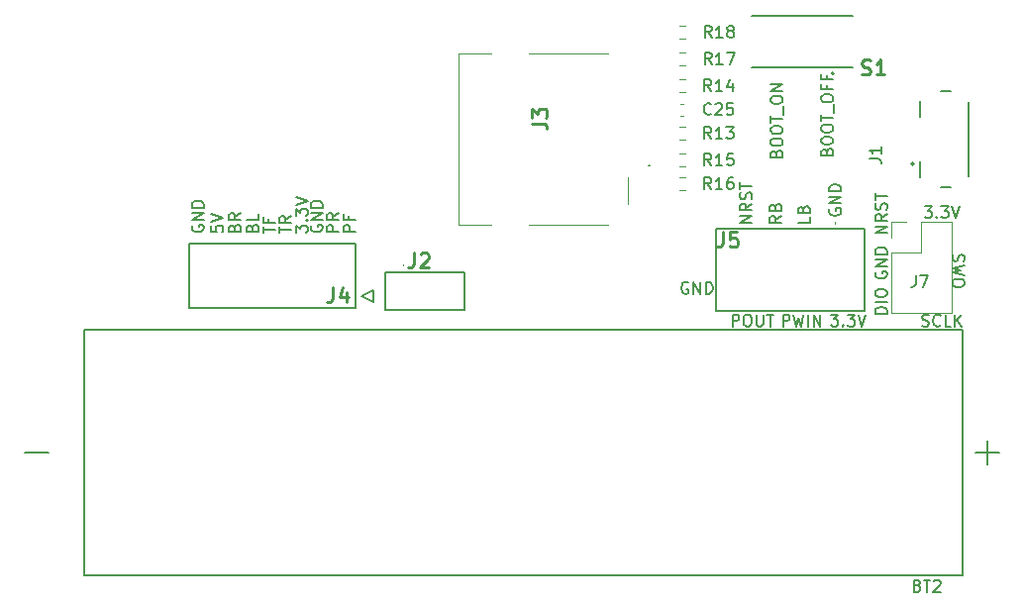
<source format=gbr>
%TF.GenerationSoftware,KiCad,Pcbnew,7.0.8*%
%TF.CreationDate,2023-11-09T17:42:37+01:00*%
%TF.ProjectId,Suspension_telemetry,53757370-656e-4736-996f-6e5f74656c65,rev?*%
%TF.SameCoordinates,Original*%
%TF.FileFunction,Legend,Top*%
%TF.FilePolarity,Positive*%
%FSLAX46Y46*%
G04 Gerber Fmt 4.6, Leading zero omitted, Abs format (unit mm)*
G04 Created by KiCad (PCBNEW 7.0.8) date 2023-11-09 17:42:37*
%MOMM*%
%LPD*%
G01*
G04 APERTURE LIST*
%ADD10C,0.210000*%
%ADD11C,0.254000*%
%ADD12C,0.150000*%
%ADD13C,0.127000*%
%ADD14C,0.120000*%
%ADD15C,0.200000*%
%ADD16C,0.100000*%
G04 APERTURE END LIST*
D10*
X141806633Y-99006080D02*
X141949490Y-99053699D01*
X141949490Y-99053699D02*
X142187585Y-99053699D01*
X142187585Y-99053699D02*
X142282823Y-99006080D01*
X142282823Y-99006080D02*
X142330442Y-98958460D01*
X142330442Y-98958460D02*
X142378061Y-98863222D01*
X142378061Y-98863222D02*
X142378061Y-98767984D01*
X142378061Y-98767984D02*
X142330442Y-98672746D01*
X142330442Y-98672746D02*
X142282823Y-98625127D01*
X142282823Y-98625127D02*
X142187585Y-98577508D01*
X142187585Y-98577508D02*
X141997109Y-98529889D01*
X141997109Y-98529889D02*
X141901871Y-98482270D01*
X141901871Y-98482270D02*
X141854252Y-98434651D01*
X141854252Y-98434651D02*
X141806633Y-98339413D01*
X141806633Y-98339413D02*
X141806633Y-98244175D01*
X141806633Y-98244175D02*
X141854252Y-98148937D01*
X141854252Y-98148937D02*
X141901871Y-98101318D01*
X141901871Y-98101318D02*
X141997109Y-98053699D01*
X141997109Y-98053699D02*
X142235204Y-98053699D01*
X142235204Y-98053699D02*
X142378061Y-98101318D01*
X143378061Y-98958460D02*
X143330442Y-99006080D01*
X143330442Y-99006080D02*
X143187585Y-99053699D01*
X143187585Y-99053699D02*
X143092347Y-99053699D01*
X143092347Y-99053699D02*
X142949490Y-99006080D01*
X142949490Y-99006080D02*
X142854252Y-98910841D01*
X142854252Y-98910841D02*
X142806633Y-98815603D01*
X142806633Y-98815603D02*
X142759014Y-98625127D01*
X142759014Y-98625127D02*
X142759014Y-98482270D01*
X142759014Y-98482270D02*
X142806633Y-98291794D01*
X142806633Y-98291794D02*
X142854252Y-98196556D01*
X142854252Y-98196556D02*
X142949490Y-98101318D01*
X142949490Y-98101318D02*
X143092347Y-98053699D01*
X143092347Y-98053699D02*
X143187585Y-98053699D01*
X143187585Y-98053699D02*
X143330442Y-98101318D01*
X143330442Y-98101318D02*
X143378061Y-98148937D01*
X144282823Y-99053699D02*
X143806633Y-99053699D01*
X143806633Y-99053699D02*
X143806633Y-98053699D01*
X144616157Y-99053699D02*
X144616157Y-98053699D01*
X145187585Y-99053699D02*
X144759014Y-98482270D01*
X145187585Y-98053699D02*
X144616157Y-98625127D01*
X86877699Y-91079604D02*
X86877699Y-90508176D01*
X87877699Y-90793890D02*
X86877699Y-90793890D01*
X87877699Y-89603414D02*
X87401508Y-89936747D01*
X87877699Y-90174842D02*
X86877699Y-90174842D01*
X86877699Y-90174842D02*
X86877699Y-89793890D01*
X86877699Y-89793890D02*
X86925318Y-89698652D01*
X86925318Y-89698652D02*
X86972937Y-89651033D01*
X86972937Y-89651033D02*
X87068175Y-89603414D01*
X87068175Y-89603414D02*
X87211032Y-89603414D01*
X87211032Y-89603414D02*
X87306270Y-89651033D01*
X87306270Y-89651033D02*
X87353889Y-89698652D01*
X87353889Y-89698652D02*
X87401508Y-89793890D01*
X87401508Y-89793890D02*
X87401508Y-90174842D01*
X125598252Y-99053699D02*
X125598252Y-98053699D01*
X125598252Y-98053699D02*
X125979204Y-98053699D01*
X125979204Y-98053699D02*
X126074442Y-98101318D01*
X126074442Y-98101318D02*
X126122061Y-98148937D01*
X126122061Y-98148937D02*
X126169680Y-98244175D01*
X126169680Y-98244175D02*
X126169680Y-98387032D01*
X126169680Y-98387032D02*
X126122061Y-98482270D01*
X126122061Y-98482270D02*
X126074442Y-98529889D01*
X126074442Y-98529889D02*
X125979204Y-98577508D01*
X125979204Y-98577508D02*
X125598252Y-98577508D01*
X126788728Y-98053699D02*
X126979204Y-98053699D01*
X126979204Y-98053699D02*
X127074442Y-98101318D01*
X127074442Y-98101318D02*
X127169680Y-98196556D01*
X127169680Y-98196556D02*
X127217299Y-98387032D01*
X127217299Y-98387032D02*
X127217299Y-98720365D01*
X127217299Y-98720365D02*
X127169680Y-98910841D01*
X127169680Y-98910841D02*
X127074442Y-99006080D01*
X127074442Y-99006080D02*
X126979204Y-99053699D01*
X126979204Y-99053699D02*
X126788728Y-99053699D01*
X126788728Y-99053699D02*
X126693490Y-99006080D01*
X126693490Y-99006080D02*
X126598252Y-98910841D01*
X126598252Y-98910841D02*
X126550633Y-98720365D01*
X126550633Y-98720365D02*
X126550633Y-98387032D01*
X126550633Y-98387032D02*
X126598252Y-98196556D01*
X126598252Y-98196556D02*
X126693490Y-98101318D01*
X126693490Y-98101318D02*
X126788728Y-98053699D01*
X127645871Y-98053699D02*
X127645871Y-98863222D01*
X127645871Y-98863222D02*
X127693490Y-98958460D01*
X127693490Y-98958460D02*
X127741109Y-99006080D01*
X127741109Y-99006080D02*
X127836347Y-99053699D01*
X127836347Y-99053699D02*
X128026823Y-99053699D01*
X128026823Y-99053699D02*
X128122061Y-99006080D01*
X128122061Y-99006080D02*
X128169680Y-98958460D01*
X128169680Y-98958460D02*
X128217299Y-98863222D01*
X128217299Y-98863222D02*
X128217299Y-98053699D01*
X128550633Y-98053699D02*
X129122061Y-98053699D01*
X128836347Y-99053699D02*
X128836347Y-98053699D01*
X89592318Y-90412938D02*
X89544699Y-90508176D01*
X89544699Y-90508176D02*
X89544699Y-90651033D01*
X89544699Y-90651033D02*
X89592318Y-90793890D01*
X89592318Y-90793890D02*
X89687556Y-90889128D01*
X89687556Y-90889128D02*
X89782794Y-90936747D01*
X89782794Y-90936747D02*
X89973270Y-90984366D01*
X89973270Y-90984366D02*
X90116127Y-90984366D01*
X90116127Y-90984366D02*
X90306603Y-90936747D01*
X90306603Y-90936747D02*
X90401841Y-90889128D01*
X90401841Y-90889128D02*
X90497080Y-90793890D01*
X90497080Y-90793890D02*
X90544699Y-90651033D01*
X90544699Y-90651033D02*
X90544699Y-90555795D01*
X90544699Y-90555795D02*
X90497080Y-90412938D01*
X90497080Y-90412938D02*
X90449460Y-90365319D01*
X90449460Y-90365319D02*
X90116127Y-90365319D01*
X90116127Y-90365319D02*
X90116127Y-90555795D01*
X90544699Y-89936747D02*
X89544699Y-89936747D01*
X89544699Y-89936747D02*
X90544699Y-89365319D01*
X90544699Y-89365319D02*
X89544699Y-89365319D01*
X90544699Y-88889128D02*
X89544699Y-88889128D01*
X89544699Y-88889128D02*
X89544699Y-88651033D01*
X89544699Y-88651033D02*
X89592318Y-88508176D01*
X89592318Y-88508176D02*
X89687556Y-88412938D01*
X89687556Y-88412938D02*
X89782794Y-88365319D01*
X89782794Y-88365319D02*
X89973270Y-88317700D01*
X89973270Y-88317700D02*
X90116127Y-88317700D01*
X90116127Y-88317700D02*
X90306603Y-88365319D01*
X90306603Y-88365319D02*
X90401841Y-88412938D01*
X90401841Y-88412938D02*
X90497080Y-88508176D01*
X90497080Y-88508176D02*
X90544699Y-88651033D01*
X90544699Y-88651033D02*
X90544699Y-88889128D01*
X81035699Y-90460557D02*
X81035699Y-90936747D01*
X81035699Y-90936747D02*
X81511889Y-90984366D01*
X81511889Y-90984366D02*
X81464270Y-90936747D01*
X81464270Y-90936747D02*
X81416651Y-90841509D01*
X81416651Y-90841509D02*
X81416651Y-90603414D01*
X81416651Y-90603414D02*
X81464270Y-90508176D01*
X81464270Y-90508176D02*
X81511889Y-90460557D01*
X81511889Y-90460557D02*
X81607127Y-90412938D01*
X81607127Y-90412938D02*
X81845222Y-90412938D01*
X81845222Y-90412938D02*
X81940460Y-90460557D01*
X81940460Y-90460557D02*
X81988080Y-90508176D01*
X81988080Y-90508176D02*
X82035699Y-90603414D01*
X82035699Y-90603414D02*
X82035699Y-90841509D01*
X82035699Y-90841509D02*
X81988080Y-90936747D01*
X81988080Y-90936747D02*
X81940460Y-90984366D01*
X81035699Y-90127223D02*
X82035699Y-89793890D01*
X82035699Y-89793890D02*
X81035699Y-89460557D01*
X85480699Y-91079604D02*
X85480699Y-90508176D01*
X86480699Y-90793890D02*
X85480699Y-90793890D01*
X85956889Y-89841509D02*
X85956889Y-90174842D01*
X86480699Y-90174842D02*
X85480699Y-90174842D01*
X85480699Y-90174842D02*
X85480699Y-89698652D01*
X142019420Y-88782699D02*
X142638467Y-88782699D01*
X142638467Y-88782699D02*
X142305134Y-89163651D01*
X142305134Y-89163651D02*
X142447991Y-89163651D01*
X142447991Y-89163651D02*
X142543229Y-89211270D01*
X142543229Y-89211270D02*
X142590848Y-89258889D01*
X142590848Y-89258889D02*
X142638467Y-89354127D01*
X142638467Y-89354127D02*
X142638467Y-89592222D01*
X142638467Y-89592222D02*
X142590848Y-89687460D01*
X142590848Y-89687460D02*
X142543229Y-89735080D01*
X142543229Y-89735080D02*
X142447991Y-89782699D01*
X142447991Y-89782699D02*
X142162277Y-89782699D01*
X142162277Y-89782699D02*
X142067039Y-89735080D01*
X142067039Y-89735080D02*
X142019420Y-89687460D01*
X143067039Y-89687460D02*
X143114658Y-89735080D01*
X143114658Y-89735080D02*
X143067039Y-89782699D01*
X143067039Y-89782699D02*
X143019420Y-89735080D01*
X143019420Y-89735080D02*
X143067039Y-89687460D01*
X143067039Y-89687460D02*
X143067039Y-89782699D01*
X143447991Y-88782699D02*
X144067038Y-88782699D01*
X144067038Y-88782699D02*
X143733705Y-89163651D01*
X143733705Y-89163651D02*
X143876562Y-89163651D01*
X143876562Y-89163651D02*
X143971800Y-89211270D01*
X143971800Y-89211270D02*
X144019419Y-89258889D01*
X144019419Y-89258889D02*
X144067038Y-89354127D01*
X144067038Y-89354127D02*
X144067038Y-89592222D01*
X144067038Y-89592222D02*
X144019419Y-89687460D01*
X144019419Y-89687460D02*
X143971800Y-89735080D01*
X143971800Y-89735080D02*
X143876562Y-89782699D01*
X143876562Y-89782699D02*
X143590848Y-89782699D01*
X143590848Y-89782699D02*
X143495610Y-89735080D01*
X143495610Y-89735080D02*
X143447991Y-89687460D01*
X144352753Y-88782699D02*
X144686086Y-89782699D01*
X144686086Y-89782699D02*
X145019419Y-88782699D01*
X88274699Y-91031985D02*
X88274699Y-90412938D01*
X88274699Y-90412938D02*
X88655651Y-90746271D01*
X88655651Y-90746271D02*
X88655651Y-90603414D01*
X88655651Y-90603414D02*
X88703270Y-90508176D01*
X88703270Y-90508176D02*
X88750889Y-90460557D01*
X88750889Y-90460557D02*
X88846127Y-90412938D01*
X88846127Y-90412938D02*
X89084222Y-90412938D01*
X89084222Y-90412938D02*
X89179460Y-90460557D01*
X89179460Y-90460557D02*
X89227080Y-90508176D01*
X89227080Y-90508176D02*
X89274699Y-90603414D01*
X89274699Y-90603414D02*
X89274699Y-90889128D01*
X89274699Y-90889128D02*
X89227080Y-90984366D01*
X89227080Y-90984366D02*
X89179460Y-91031985D01*
X89179460Y-89984366D02*
X89227080Y-89936747D01*
X89227080Y-89936747D02*
X89274699Y-89984366D01*
X89274699Y-89984366D02*
X89227080Y-90031985D01*
X89227080Y-90031985D02*
X89179460Y-89984366D01*
X89179460Y-89984366D02*
X89274699Y-89984366D01*
X88274699Y-89603414D02*
X88274699Y-88984367D01*
X88274699Y-88984367D02*
X88655651Y-89317700D01*
X88655651Y-89317700D02*
X88655651Y-89174843D01*
X88655651Y-89174843D02*
X88703270Y-89079605D01*
X88703270Y-89079605D02*
X88750889Y-89031986D01*
X88750889Y-89031986D02*
X88846127Y-88984367D01*
X88846127Y-88984367D02*
X89084222Y-88984367D01*
X89084222Y-88984367D02*
X89179460Y-89031986D01*
X89179460Y-89031986D02*
X89227080Y-89079605D01*
X89227080Y-89079605D02*
X89274699Y-89174843D01*
X89274699Y-89174843D02*
X89274699Y-89460557D01*
X89274699Y-89460557D02*
X89227080Y-89555795D01*
X89227080Y-89555795D02*
X89179460Y-89603414D01*
X88274699Y-88698652D02*
X89274699Y-88365319D01*
X89274699Y-88365319D02*
X88274699Y-88031986D01*
X121804061Y-95307318D02*
X121708823Y-95259699D01*
X121708823Y-95259699D02*
X121565966Y-95259699D01*
X121565966Y-95259699D02*
X121423109Y-95307318D01*
X121423109Y-95307318D02*
X121327871Y-95402556D01*
X121327871Y-95402556D02*
X121280252Y-95497794D01*
X121280252Y-95497794D02*
X121232633Y-95688270D01*
X121232633Y-95688270D02*
X121232633Y-95831127D01*
X121232633Y-95831127D02*
X121280252Y-96021603D01*
X121280252Y-96021603D02*
X121327871Y-96116841D01*
X121327871Y-96116841D02*
X121423109Y-96212080D01*
X121423109Y-96212080D02*
X121565966Y-96259699D01*
X121565966Y-96259699D02*
X121661204Y-96259699D01*
X121661204Y-96259699D02*
X121804061Y-96212080D01*
X121804061Y-96212080D02*
X121851680Y-96164460D01*
X121851680Y-96164460D02*
X121851680Y-95831127D01*
X121851680Y-95831127D02*
X121661204Y-95831127D01*
X122280252Y-96259699D02*
X122280252Y-95259699D01*
X122280252Y-95259699D02*
X122851680Y-96259699D01*
X122851680Y-96259699D02*
X122851680Y-95259699D01*
X123327871Y-96259699D02*
X123327871Y-95259699D01*
X123327871Y-95259699D02*
X123565966Y-95259699D01*
X123565966Y-95259699D02*
X123708823Y-95307318D01*
X123708823Y-95307318D02*
X123804061Y-95402556D01*
X123804061Y-95402556D02*
X123851680Y-95497794D01*
X123851680Y-95497794D02*
X123899299Y-95688270D01*
X123899299Y-95688270D02*
X123899299Y-95831127D01*
X123899299Y-95831127D02*
X123851680Y-96021603D01*
X123851680Y-96021603D02*
X123804061Y-96116841D01*
X123804061Y-96116841D02*
X123708823Y-96212080D01*
X123708823Y-96212080D02*
X123565966Y-96259699D01*
X123565966Y-96259699D02*
X123327871Y-96259699D01*
X79432318Y-90412938D02*
X79384699Y-90508176D01*
X79384699Y-90508176D02*
X79384699Y-90651033D01*
X79384699Y-90651033D02*
X79432318Y-90793890D01*
X79432318Y-90793890D02*
X79527556Y-90889128D01*
X79527556Y-90889128D02*
X79622794Y-90936747D01*
X79622794Y-90936747D02*
X79813270Y-90984366D01*
X79813270Y-90984366D02*
X79956127Y-90984366D01*
X79956127Y-90984366D02*
X80146603Y-90936747D01*
X80146603Y-90936747D02*
X80241841Y-90889128D01*
X80241841Y-90889128D02*
X80337080Y-90793890D01*
X80337080Y-90793890D02*
X80384699Y-90651033D01*
X80384699Y-90651033D02*
X80384699Y-90555795D01*
X80384699Y-90555795D02*
X80337080Y-90412938D01*
X80337080Y-90412938D02*
X80289460Y-90365319D01*
X80289460Y-90365319D02*
X79956127Y-90365319D01*
X79956127Y-90365319D02*
X79956127Y-90555795D01*
X80384699Y-89936747D02*
X79384699Y-89936747D01*
X79384699Y-89936747D02*
X80384699Y-89365319D01*
X80384699Y-89365319D02*
X79384699Y-89365319D01*
X80384699Y-88889128D02*
X79384699Y-88889128D01*
X79384699Y-88889128D02*
X79384699Y-88651033D01*
X79384699Y-88651033D02*
X79432318Y-88508176D01*
X79432318Y-88508176D02*
X79527556Y-88412938D01*
X79527556Y-88412938D02*
X79622794Y-88365319D01*
X79622794Y-88365319D02*
X79813270Y-88317700D01*
X79813270Y-88317700D02*
X79956127Y-88317700D01*
X79956127Y-88317700D02*
X80146603Y-88365319D01*
X80146603Y-88365319D02*
X80241841Y-88412938D01*
X80241841Y-88412938D02*
X80337080Y-88508176D01*
X80337080Y-88508176D02*
X80384699Y-88651033D01*
X80384699Y-88651033D02*
X80384699Y-88889128D01*
X129916252Y-99053699D02*
X129916252Y-98053699D01*
X129916252Y-98053699D02*
X130297204Y-98053699D01*
X130297204Y-98053699D02*
X130392442Y-98101318D01*
X130392442Y-98101318D02*
X130440061Y-98148937D01*
X130440061Y-98148937D02*
X130487680Y-98244175D01*
X130487680Y-98244175D02*
X130487680Y-98387032D01*
X130487680Y-98387032D02*
X130440061Y-98482270D01*
X130440061Y-98482270D02*
X130392442Y-98529889D01*
X130392442Y-98529889D02*
X130297204Y-98577508D01*
X130297204Y-98577508D02*
X129916252Y-98577508D01*
X130821014Y-98053699D02*
X131059109Y-99053699D01*
X131059109Y-99053699D02*
X131249585Y-98339413D01*
X131249585Y-98339413D02*
X131440061Y-99053699D01*
X131440061Y-99053699D02*
X131678157Y-98053699D01*
X132059109Y-99053699D02*
X132059109Y-98053699D01*
X132535299Y-99053699D02*
X132535299Y-98053699D01*
X132535299Y-98053699D02*
X133106727Y-99053699D01*
X133106727Y-99053699D02*
X133106727Y-98053699D01*
X137852318Y-94394938D02*
X137804699Y-94490176D01*
X137804699Y-94490176D02*
X137804699Y-94633033D01*
X137804699Y-94633033D02*
X137852318Y-94775890D01*
X137852318Y-94775890D02*
X137947556Y-94871128D01*
X137947556Y-94871128D02*
X138042794Y-94918747D01*
X138042794Y-94918747D02*
X138233270Y-94966366D01*
X138233270Y-94966366D02*
X138376127Y-94966366D01*
X138376127Y-94966366D02*
X138566603Y-94918747D01*
X138566603Y-94918747D02*
X138661841Y-94871128D01*
X138661841Y-94871128D02*
X138757080Y-94775890D01*
X138757080Y-94775890D02*
X138804699Y-94633033D01*
X138804699Y-94633033D02*
X138804699Y-94537795D01*
X138804699Y-94537795D02*
X138757080Y-94394938D01*
X138757080Y-94394938D02*
X138709460Y-94347319D01*
X138709460Y-94347319D02*
X138376127Y-94347319D01*
X138376127Y-94347319D02*
X138376127Y-94537795D01*
X138804699Y-93918747D02*
X137804699Y-93918747D01*
X137804699Y-93918747D02*
X138804699Y-93347319D01*
X138804699Y-93347319D02*
X137804699Y-93347319D01*
X138804699Y-92871128D02*
X137804699Y-92871128D01*
X137804699Y-92871128D02*
X137804699Y-92633033D01*
X137804699Y-92633033D02*
X137852318Y-92490176D01*
X137852318Y-92490176D02*
X137947556Y-92394938D01*
X137947556Y-92394938D02*
X138042794Y-92347319D01*
X138042794Y-92347319D02*
X138233270Y-92299700D01*
X138233270Y-92299700D02*
X138376127Y-92299700D01*
X138376127Y-92299700D02*
X138566603Y-92347319D01*
X138566603Y-92347319D02*
X138661841Y-92394938D01*
X138661841Y-92394938D02*
X138757080Y-92490176D01*
X138757080Y-92490176D02*
X138804699Y-92633033D01*
X138804699Y-92633033D02*
X138804699Y-92871128D01*
X127247699Y-90174747D02*
X126247699Y-90174747D01*
X126247699Y-90174747D02*
X127247699Y-89603319D01*
X127247699Y-89603319D02*
X126247699Y-89603319D01*
X127247699Y-88555700D02*
X126771508Y-88889033D01*
X127247699Y-89127128D02*
X126247699Y-89127128D01*
X126247699Y-89127128D02*
X126247699Y-88746176D01*
X126247699Y-88746176D02*
X126295318Y-88650938D01*
X126295318Y-88650938D02*
X126342937Y-88603319D01*
X126342937Y-88603319D02*
X126438175Y-88555700D01*
X126438175Y-88555700D02*
X126581032Y-88555700D01*
X126581032Y-88555700D02*
X126676270Y-88603319D01*
X126676270Y-88603319D02*
X126723889Y-88650938D01*
X126723889Y-88650938D02*
X126771508Y-88746176D01*
X126771508Y-88746176D02*
X126771508Y-89127128D01*
X127200080Y-88174747D02*
X127247699Y-88031890D01*
X127247699Y-88031890D02*
X127247699Y-87793795D01*
X127247699Y-87793795D02*
X127200080Y-87698557D01*
X127200080Y-87698557D02*
X127152460Y-87650938D01*
X127152460Y-87650938D02*
X127057222Y-87603319D01*
X127057222Y-87603319D02*
X126961984Y-87603319D01*
X126961984Y-87603319D02*
X126866746Y-87650938D01*
X126866746Y-87650938D02*
X126819127Y-87698557D01*
X126819127Y-87698557D02*
X126771508Y-87793795D01*
X126771508Y-87793795D02*
X126723889Y-87984271D01*
X126723889Y-87984271D02*
X126676270Y-88079509D01*
X126676270Y-88079509D02*
X126628651Y-88127128D01*
X126628651Y-88127128D02*
X126533413Y-88174747D01*
X126533413Y-88174747D02*
X126438175Y-88174747D01*
X126438175Y-88174747D02*
X126342937Y-88127128D01*
X126342937Y-88127128D02*
X126295318Y-88079509D01*
X126295318Y-88079509D02*
X126247699Y-87984271D01*
X126247699Y-87984271D02*
X126247699Y-87746176D01*
X126247699Y-87746176D02*
X126295318Y-87603319D01*
X126247699Y-87317604D02*
X126247699Y-86746176D01*
X127247699Y-87031890D02*
X126247699Y-87031890D01*
X133672889Y-84126414D02*
X133720508Y-83983557D01*
X133720508Y-83983557D02*
X133768127Y-83935938D01*
X133768127Y-83935938D02*
X133863365Y-83888319D01*
X133863365Y-83888319D02*
X134006222Y-83888319D01*
X134006222Y-83888319D02*
X134101460Y-83935938D01*
X134101460Y-83935938D02*
X134149080Y-83983557D01*
X134149080Y-83983557D02*
X134196699Y-84078795D01*
X134196699Y-84078795D02*
X134196699Y-84459747D01*
X134196699Y-84459747D02*
X133196699Y-84459747D01*
X133196699Y-84459747D02*
X133196699Y-84126414D01*
X133196699Y-84126414D02*
X133244318Y-84031176D01*
X133244318Y-84031176D02*
X133291937Y-83983557D01*
X133291937Y-83983557D02*
X133387175Y-83935938D01*
X133387175Y-83935938D02*
X133482413Y-83935938D01*
X133482413Y-83935938D02*
X133577651Y-83983557D01*
X133577651Y-83983557D02*
X133625270Y-84031176D01*
X133625270Y-84031176D02*
X133672889Y-84126414D01*
X133672889Y-84126414D02*
X133672889Y-84459747D01*
X133196699Y-83269271D02*
X133196699Y-83078795D01*
X133196699Y-83078795D02*
X133244318Y-82983557D01*
X133244318Y-82983557D02*
X133339556Y-82888319D01*
X133339556Y-82888319D02*
X133530032Y-82840700D01*
X133530032Y-82840700D02*
X133863365Y-82840700D01*
X133863365Y-82840700D02*
X134053841Y-82888319D01*
X134053841Y-82888319D02*
X134149080Y-82983557D01*
X134149080Y-82983557D02*
X134196699Y-83078795D01*
X134196699Y-83078795D02*
X134196699Y-83269271D01*
X134196699Y-83269271D02*
X134149080Y-83364509D01*
X134149080Y-83364509D02*
X134053841Y-83459747D01*
X134053841Y-83459747D02*
X133863365Y-83507366D01*
X133863365Y-83507366D02*
X133530032Y-83507366D01*
X133530032Y-83507366D02*
X133339556Y-83459747D01*
X133339556Y-83459747D02*
X133244318Y-83364509D01*
X133244318Y-83364509D02*
X133196699Y-83269271D01*
X133196699Y-82221652D02*
X133196699Y-82031176D01*
X133196699Y-82031176D02*
X133244318Y-81935938D01*
X133244318Y-81935938D02*
X133339556Y-81840700D01*
X133339556Y-81840700D02*
X133530032Y-81793081D01*
X133530032Y-81793081D02*
X133863365Y-81793081D01*
X133863365Y-81793081D02*
X134053841Y-81840700D01*
X134053841Y-81840700D02*
X134149080Y-81935938D01*
X134149080Y-81935938D02*
X134196699Y-82031176D01*
X134196699Y-82031176D02*
X134196699Y-82221652D01*
X134196699Y-82221652D02*
X134149080Y-82316890D01*
X134149080Y-82316890D02*
X134053841Y-82412128D01*
X134053841Y-82412128D02*
X133863365Y-82459747D01*
X133863365Y-82459747D02*
X133530032Y-82459747D01*
X133530032Y-82459747D02*
X133339556Y-82412128D01*
X133339556Y-82412128D02*
X133244318Y-82316890D01*
X133244318Y-82316890D02*
X133196699Y-82221652D01*
X133196699Y-81507366D02*
X133196699Y-80935938D01*
X134196699Y-81221652D02*
X133196699Y-81221652D01*
X134291937Y-80840700D02*
X134291937Y-80078795D01*
X133196699Y-79650223D02*
X133196699Y-79459747D01*
X133196699Y-79459747D02*
X133244318Y-79364509D01*
X133244318Y-79364509D02*
X133339556Y-79269271D01*
X133339556Y-79269271D02*
X133530032Y-79221652D01*
X133530032Y-79221652D02*
X133863365Y-79221652D01*
X133863365Y-79221652D02*
X134053841Y-79269271D01*
X134053841Y-79269271D02*
X134149080Y-79364509D01*
X134149080Y-79364509D02*
X134196699Y-79459747D01*
X134196699Y-79459747D02*
X134196699Y-79650223D01*
X134196699Y-79650223D02*
X134149080Y-79745461D01*
X134149080Y-79745461D02*
X134053841Y-79840699D01*
X134053841Y-79840699D02*
X133863365Y-79888318D01*
X133863365Y-79888318D02*
X133530032Y-79888318D01*
X133530032Y-79888318D02*
X133339556Y-79840699D01*
X133339556Y-79840699D02*
X133244318Y-79745461D01*
X133244318Y-79745461D02*
X133196699Y-79650223D01*
X133672889Y-78459747D02*
X133672889Y-78793080D01*
X134196699Y-78793080D02*
X133196699Y-78793080D01*
X133196699Y-78793080D02*
X133196699Y-78316890D01*
X133672889Y-77602604D02*
X133672889Y-77935937D01*
X134196699Y-77935937D02*
X133196699Y-77935937D01*
X133196699Y-77935937D02*
X133196699Y-77459747D01*
X138804699Y-91078747D02*
X137804699Y-91078747D01*
X137804699Y-91078747D02*
X138804699Y-90507319D01*
X138804699Y-90507319D02*
X137804699Y-90507319D01*
X138804699Y-89459700D02*
X138328508Y-89793033D01*
X138804699Y-90031128D02*
X137804699Y-90031128D01*
X137804699Y-90031128D02*
X137804699Y-89650176D01*
X137804699Y-89650176D02*
X137852318Y-89554938D01*
X137852318Y-89554938D02*
X137899937Y-89507319D01*
X137899937Y-89507319D02*
X137995175Y-89459700D01*
X137995175Y-89459700D02*
X138138032Y-89459700D01*
X138138032Y-89459700D02*
X138233270Y-89507319D01*
X138233270Y-89507319D02*
X138280889Y-89554938D01*
X138280889Y-89554938D02*
X138328508Y-89650176D01*
X138328508Y-89650176D02*
X138328508Y-90031128D01*
X138757080Y-89078747D02*
X138804699Y-88935890D01*
X138804699Y-88935890D02*
X138804699Y-88697795D01*
X138804699Y-88697795D02*
X138757080Y-88602557D01*
X138757080Y-88602557D02*
X138709460Y-88554938D01*
X138709460Y-88554938D02*
X138614222Y-88507319D01*
X138614222Y-88507319D02*
X138518984Y-88507319D01*
X138518984Y-88507319D02*
X138423746Y-88554938D01*
X138423746Y-88554938D02*
X138376127Y-88602557D01*
X138376127Y-88602557D02*
X138328508Y-88697795D01*
X138328508Y-88697795D02*
X138280889Y-88888271D01*
X138280889Y-88888271D02*
X138233270Y-88983509D01*
X138233270Y-88983509D02*
X138185651Y-89031128D01*
X138185651Y-89031128D02*
X138090413Y-89078747D01*
X138090413Y-89078747D02*
X137995175Y-89078747D01*
X137995175Y-89078747D02*
X137899937Y-89031128D01*
X137899937Y-89031128D02*
X137852318Y-88983509D01*
X137852318Y-88983509D02*
X137804699Y-88888271D01*
X137804699Y-88888271D02*
X137804699Y-88650176D01*
X137804699Y-88650176D02*
X137852318Y-88507319D01*
X137804699Y-88221604D02*
X137804699Y-87650176D01*
X138804699Y-87935890D02*
X137804699Y-87935890D01*
X84559889Y-90603414D02*
X84607508Y-90460557D01*
X84607508Y-90460557D02*
X84655127Y-90412938D01*
X84655127Y-90412938D02*
X84750365Y-90365319D01*
X84750365Y-90365319D02*
X84893222Y-90365319D01*
X84893222Y-90365319D02*
X84988460Y-90412938D01*
X84988460Y-90412938D02*
X85036080Y-90460557D01*
X85036080Y-90460557D02*
X85083699Y-90555795D01*
X85083699Y-90555795D02*
X85083699Y-90936747D01*
X85083699Y-90936747D02*
X84083699Y-90936747D01*
X84083699Y-90936747D02*
X84083699Y-90603414D01*
X84083699Y-90603414D02*
X84131318Y-90508176D01*
X84131318Y-90508176D02*
X84178937Y-90460557D01*
X84178937Y-90460557D02*
X84274175Y-90412938D01*
X84274175Y-90412938D02*
X84369413Y-90412938D01*
X84369413Y-90412938D02*
X84464651Y-90460557D01*
X84464651Y-90460557D02*
X84512270Y-90508176D01*
X84512270Y-90508176D02*
X84559889Y-90603414D01*
X84559889Y-90603414D02*
X84559889Y-90936747D01*
X85083699Y-89460557D02*
X85083699Y-89936747D01*
X85083699Y-89936747D02*
X84083699Y-89936747D01*
X144452920Y-92911633D02*
X144405300Y-93054490D01*
X144405300Y-93054490D02*
X144405300Y-93292585D01*
X144405300Y-93292585D02*
X144452920Y-93387823D01*
X144452920Y-93387823D02*
X144500539Y-93435442D01*
X144500539Y-93435442D02*
X144595777Y-93483061D01*
X144595777Y-93483061D02*
X144691015Y-93483061D01*
X144691015Y-93483061D02*
X144786253Y-93435442D01*
X144786253Y-93435442D02*
X144833872Y-93387823D01*
X144833872Y-93387823D02*
X144881491Y-93292585D01*
X144881491Y-93292585D02*
X144929110Y-93102109D01*
X144929110Y-93102109D02*
X144976729Y-93006871D01*
X144976729Y-93006871D02*
X145024348Y-92959252D01*
X145024348Y-92959252D02*
X145119586Y-92911633D01*
X145119586Y-92911633D02*
X145214824Y-92911633D01*
X145214824Y-92911633D02*
X145310062Y-92959252D01*
X145310062Y-92959252D02*
X145357681Y-93006871D01*
X145357681Y-93006871D02*
X145405300Y-93102109D01*
X145405300Y-93102109D02*
X145405300Y-93340204D01*
X145405300Y-93340204D02*
X145357681Y-93483061D01*
X145405300Y-93816395D02*
X144405300Y-94054490D01*
X144405300Y-94054490D02*
X145119586Y-94244966D01*
X145119586Y-94244966D02*
X144405300Y-94435442D01*
X144405300Y-94435442D02*
X145405300Y-94673538D01*
X145405300Y-95244966D02*
X145405300Y-95435442D01*
X145405300Y-95435442D02*
X145357681Y-95530680D01*
X145357681Y-95530680D02*
X145262443Y-95625918D01*
X145262443Y-95625918D02*
X145071967Y-95673537D01*
X145071967Y-95673537D02*
X144738634Y-95673537D01*
X144738634Y-95673537D02*
X144548158Y-95625918D01*
X144548158Y-95625918D02*
X144452920Y-95530680D01*
X144452920Y-95530680D02*
X144405300Y-95435442D01*
X144405300Y-95435442D02*
X144405300Y-95244966D01*
X144405300Y-95244966D02*
X144452920Y-95149728D01*
X144452920Y-95149728D02*
X144548158Y-95054490D01*
X144548158Y-95054490D02*
X144738634Y-95006871D01*
X144738634Y-95006871D02*
X145071967Y-95006871D01*
X145071967Y-95006871D02*
X145262443Y-95054490D01*
X145262443Y-95054490D02*
X145357681Y-95149728D01*
X145357681Y-95149728D02*
X145405300Y-95244966D01*
X138804699Y-97966747D02*
X137804699Y-97966747D01*
X137804699Y-97966747D02*
X137804699Y-97728652D01*
X137804699Y-97728652D02*
X137852318Y-97585795D01*
X137852318Y-97585795D02*
X137947556Y-97490557D01*
X137947556Y-97490557D02*
X138042794Y-97442938D01*
X138042794Y-97442938D02*
X138233270Y-97395319D01*
X138233270Y-97395319D02*
X138376127Y-97395319D01*
X138376127Y-97395319D02*
X138566603Y-97442938D01*
X138566603Y-97442938D02*
X138661841Y-97490557D01*
X138661841Y-97490557D02*
X138757080Y-97585795D01*
X138757080Y-97585795D02*
X138804699Y-97728652D01*
X138804699Y-97728652D02*
X138804699Y-97966747D01*
X138804699Y-96966747D02*
X137804699Y-96966747D01*
X137804699Y-96300081D02*
X137804699Y-96109605D01*
X137804699Y-96109605D02*
X137852318Y-96014367D01*
X137852318Y-96014367D02*
X137947556Y-95919129D01*
X137947556Y-95919129D02*
X138138032Y-95871510D01*
X138138032Y-95871510D02*
X138471365Y-95871510D01*
X138471365Y-95871510D02*
X138661841Y-95919129D01*
X138661841Y-95919129D02*
X138757080Y-96014367D01*
X138757080Y-96014367D02*
X138804699Y-96109605D01*
X138804699Y-96109605D02*
X138804699Y-96300081D01*
X138804699Y-96300081D02*
X138757080Y-96395319D01*
X138757080Y-96395319D02*
X138661841Y-96490557D01*
X138661841Y-96490557D02*
X138471365Y-96538176D01*
X138471365Y-96538176D02*
X138138032Y-96538176D01*
X138138032Y-96538176D02*
X137947556Y-96490557D01*
X137947556Y-96490557D02*
X137852318Y-96395319D01*
X137852318Y-96395319D02*
X137804699Y-96300081D01*
X129787699Y-89603319D02*
X129311508Y-89936652D01*
X129787699Y-90174747D02*
X128787699Y-90174747D01*
X128787699Y-90174747D02*
X128787699Y-89793795D01*
X128787699Y-89793795D02*
X128835318Y-89698557D01*
X128835318Y-89698557D02*
X128882937Y-89650938D01*
X128882937Y-89650938D02*
X128978175Y-89603319D01*
X128978175Y-89603319D02*
X129121032Y-89603319D01*
X129121032Y-89603319D02*
X129216270Y-89650938D01*
X129216270Y-89650938D02*
X129263889Y-89698557D01*
X129263889Y-89698557D02*
X129311508Y-89793795D01*
X129311508Y-89793795D02*
X129311508Y-90174747D01*
X129263889Y-88841414D02*
X129311508Y-88698557D01*
X129311508Y-88698557D02*
X129359127Y-88650938D01*
X129359127Y-88650938D02*
X129454365Y-88603319D01*
X129454365Y-88603319D02*
X129597222Y-88603319D01*
X129597222Y-88603319D02*
X129692460Y-88650938D01*
X129692460Y-88650938D02*
X129740080Y-88698557D01*
X129740080Y-88698557D02*
X129787699Y-88793795D01*
X129787699Y-88793795D02*
X129787699Y-89174747D01*
X129787699Y-89174747D02*
X128787699Y-89174747D01*
X128787699Y-89174747D02*
X128787699Y-88841414D01*
X128787699Y-88841414D02*
X128835318Y-88746176D01*
X128835318Y-88746176D02*
X128882937Y-88698557D01*
X128882937Y-88698557D02*
X128978175Y-88650938D01*
X128978175Y-88650938D02*
X129073413Y-88650938D01*
X129073413Y-88650938D02*
X129168651Y-88698557D01*
X129168651Y-88698557D02*
X129216270Y-88746176D01*
X129216270Y-88746176D02*
X129263889Y-88841414D01*
X129263889Y-88841414D02*
X129263889Y-89174747D01*
X91941699Y-90936747D02*
X90941699Y-90936747D01*
X90941699Y-90936747D02*
X90941699Y-90555795D01*
X90941699Y-90555795D02*
X90989318Y-90460557D01*
X90989318Y-90460557D02*
X91036937Y-90412938D01*
X91036937Y-90412938D02*
X91132175Y-90365319D01*
X91132175Y-90365319D02*
X91275032Y-90365319D01*
X91275032Y-90365319D02*
X91370270Y-90412938D01*
X91370270Y-90412938D02*
X91417889Y-90460557D01*
X91417889Y-90460557D02*
X91465508Y-90555795D01*
X91465508Y-90555795D02*
X91465508Y-90936747D01*
X91941699Y-89365319D02*
X91465508Y-89698652D01*
X91941699Y-89936747D02*
X90941699Y-89936747D01*
X90941699Y-89936747D02*
X90941699Y-89555795D01*
X90941699Y-89555795D02*
X90989318Y-89460557D01*
X90989318Y-89460557D02*
X91036937Y-89412938D01*
X91036937Y-89412938D02*
X91132175Y-89365319D01*
X91132175Y-89365319D02*
X91275032Y-89365319D01*
X91275032Y-89365319D02*
X91370270Y-89412938D01*
X91370270Y-89412938D02*
X91417889Y-89460557D01*
X91417889Y-89460557D02*
X91465508Y-89555795D01*
X91465508Y-89555795D02*
X91465508Y-89936747D01*
X132200699Y-89698557D02*
X132200699Y-90174747D01*
X132200699Y-90174747D02*
X131200699Y-90174747D01*
X131676889Y-89031890D02*
X131724508Y-88889033D01*
X131724508Y-88889033D02*
X131772127Y-88841414D01*
X131772127Y-88841414D02*
X131867365Y-88793795D01*
X131867365Y-88793795D02*
X132010222Y-88793795D01*
X132010222Y-88793795D02*
X132105460Y-88841414D01*
X132105460Y-88841414D02*
X132153080Y-88889033D01*
X132153080Y-88889033D02*
X132200699Y-88984271D01*
X132200699Y-88984271D02*
X132200699Y-89365223D01*
X132200699Y-89365223D02*
X131200699Y-89365223D01*
X131200699Y-89365223D02*
X131200699Y-89031890D01*
X131200699Y-89031890D02*
X131248318Y-88936652D01*
X131248318Y-88936652D02*
X131295937Y-88889033D01*
X131295937Y-88889033D02*
X131391175Y-88841414D01*
X131391175Y-88841414D02*
X131486413Y-88841414D01*
X131486413Y-88841414D02*
X131581651Y-88889033D01*
X131581651Y-88889033D02*
X131629270Y-88936652D01*
X131629270Y-88936652D02*
X131676889Y-89031890D01*
X131676889Y-89031890D02*
X131676889Y-89365223D01*
X93338699Y-90936747D02*
X92338699Y-90936747D01*
X92338699Y-90936747D02*
X92338699Y-90555795D01*
X92338699Y-90555795D02*
X92386318Y-90460557D01*
X92386318Y-90460557D02*
X92433937Y-90412938D01*
X92433937Y-90412938D02*
X92529175Y-90365319D01*
X92529175Y-90365319D02*
X92672032Y-90365319D01*
X92672032Y-90365319D02*
X92767270Y-90412938D01*
X92767270Y-90412938D02*
X92814889Y-90460557D01*
X92814889Y-90460557D02*
X92862508Y-90555795D01*
X92862508Y-90555795D02*
X92862508Y-90936747D01*
X92814889Y-89603414D02*
X92814889Y-89936747D01*
X93338699Y-89936747D02*
X92338699Y-89936747D01*
X92338699Y-89936747D02*
X92338699Y-89460557D01*
X83035889Y-90603414D02*
X83083508Y-90460557D01*
X83083508Y-90460557D02*
X83131127Y-90412938D01*
X83131127Y-90412938D02*
X83226365Y-90365319D01*
X83226365Y-90365319D02*
X83369222Y-90365319D01*
X83369222Y-90365319D02*
X83464460Y-90412938D01*
X83464460Y-90412938D02*
X83512080Y-90460557D01*
X83512080Y-90460557D02*
X83559699Y-90555795D01*
X83559699Y-90555795D02*
X83559699Y-90936747D01*
X83559699Y-90936747D02*
X82559699Y-90936747D01*
X82559699Y-90936747D02*
X82559699Y-90603414D01*
X82559699Y-90603414D02*
X82607318Y-90508176D01*
X82607318Y-90508176D02*
X82654937Y-90460557D01*
X82654937Y-90460557D02*
X82750175Y-90412938D01*
X82750175Y-90412938D02*
X82845413Y-90412938D01*
X82845413Y-90412938D02*
X82940651Y-90460557D01*
X82940651Y-90460557D02*
X82988270Y-90508176D01*
X82988270Y-90508176D02*
X83035889Y-90603414D01*
X83035889Y-90603414D02*
X83035889Y-90936747D01*
X83559699Y-89365319D02*
X83083508Y-89698652D01*
X83559699Y-89936747D02*
X82559699Y-89936747D01*
X82559699Y-89936747D02*
X82559699Y-89555795D01*
X82559699Y-89555795D02*
X82607318Y-89460557D01*
X82607318Y-89460557D02*
X82654937Y-89412938D01*
X82654937Y-89412938D02*
X82750175Y-89365319D01*
X82750175Y-89365319D02*
X82893032Y-89365319D01*
X82893032Y-89365319D02*
X82988270Y-89412938D01*
X82988270Y-89412938D02*
X83035889Y-89460557D01*
X83035889Y-89460557D02*
X83083508Y-89555795D01*
X83083508Y-89555795D02*
X83083508Y-89936747D01*
X134012014Y-98053699D02*
X134631061Y-98053699D01*
X134631061Y-98053699D02*
X134297728Y-98434651D01*
X134297728Y-98434651D02*
X134440585Y-98434651D01*
X134440585Y-98434651D02*
X134535823Y-98482270D01*
X134535823Y-98482270D02*
X134583442Y-98529889D01*
X134583442Y-98529889D02*
X134631061Y-98625127D01*
X134631061Y-98625127D02*
X134631061Y-98863222D01*
X134631061Y-98863222D02*
X134583442Y-98958460D01*
X134583442Y-98958460D02*
X134535823Y-99006080D01*
X134535823Y-99006080D02*
X134440585Y-99053699D01*
X134440585Y-99053699D02*
X134154871Y-99053699D01*
X134154871Y-99053699D02*
X134059633Y-99006080D01*
X134059633Y-99006080D02*
X134012014Y-98958460D01*
X135059633Y-98958460D02*
X135107252Y-99006080D01*
X135107252Y-99006080D02*
X135059633Y-99053699D01*
X135059633Y-99053699D02*
X135012014Y-99006080D01*
X135012014Y-99006080D02*
X135059633Y-98958460D01*
X135059633Y-98958460D02*
X135059633Y-99053699D01*
X135440585Y-98053699D02*
X136059632Y-98053699D01*
X136059632Y-98053699D02*
X135726299Y-98434651D01*
X135726299Y-98434651D02*
X135869156Y-98434651D01*
X135869156Y-98434651D02*
X135964394Y-98482270D01*
X135964394Y-98482270D02*
X136012013Y-98529889D01*
X136012013Y-98529889D02*
X136059632Y-98625127D01*
X136059632Y-98625127D02*
X136059632Y-98863222D01*
X136059632Y-98863222D02*
X136012013Y-98958460D01*
X136012013Y-98958460D02*
X135964394Y-99006080D01*
X135964394Y-99006080D02*
X135869156Y-99053699D01*
X135869156Y-99053699D02*
X135583442Y-99053699D01*
X135583442Y-99053699D02*
X135488204Y-99006080D01*
X135488204Y-99006080D02*
X135440585Y-98958460D01*
X136345347Y-98053699D02*
X136678680Y-99053699D01*
X136678680Y-99053699D02*
X137012013Y-98053699D01*
X133915318Y-89015938D02*
X133867699Y-89111176D01*
X133867699Y-89111176D02*
X133867699Y-89254033D01*
X133867699Y-89254033D02*
X133915318Y-89396890D01*
X133915318Y-89396890D02*
X134010556Y-89492128D01*
X134010556Y-89492128D02*
X134105794Y-89539747D01*
X134105794Y-89539747D02*
X134296270Y-89587366D01*
X134296270Y-89587366D02*
X134439127Y-89587366D01*
X134439127Y-89587366D02*
X134629603Y-89539747D01*
X134629603Y-89539747D02*
X134724841Y-89492128D01*
X134724841Y-89492128D02*
X134820080Y-89396890D01*
X134820080Y-89396890D02*
X134867699Y-89254033D01*
X134867699Y-89254033D02*
X134867699Y-89158795D01*
X134867699Y-89158795D02*
X134820080Y-89015938D01*
X134820080Y-89015938D02*
X134772460Y-88968319D01*
X134772460Y-88968319D02*
X134439127Y-88968319D01*
X134439127Y-88968319D02*
X134439127Y-89158795D01*
X134867699Y-88539747D02*
X133867699Y-88539747D01*
X133867699Y-88539747D02*
X134867699Y-87968319D01*
X134867699Y-87968319D02*
X133867699Y-87968319D01*
X134867699Y-87492128D02*
X133867699Y-87492128D01*
X133867699Y-87492128D02*
X133867699Y-87254033D01*
X133867699Y-87254033D02*
X133915318Y-87111176D01*
X133915318Y-87111176D02*
X134010556Y-87015938D01*
X134010556Y-87015938D02*
X134105794Y-86968319D01*
X134105794Y-86968319D02*
X134296270Y-86920700D01*
X134296270Y-86920700D02*
X134439127Y-86920700D01*
X134439127Y-86920700D02*
X134629603Y-86968319D01*
X134629603Y-86968319D02*
X134724841Y-87015938D01*
X134724841Y-87015938D02*
X134820080Y-87111176D01*
X134820080Y-87111176D02*
X134867699Y-87254033D01*
X134867699Y-87254033D02*
X134867699Y-87492128D01*
X129354889Y-84253414D02*
X129402508Y-84110557D01*
X129402508Y-84110557D02*
X129450127Y-84062938D01*
X129450127Y-84062938D02*
X129545365Y-84015319D01*
X129545365Y-84015319D02*
X129688222Y-84015319D01*
X129688222Y-84015319D02*
X129783460Y-84062938D01*
X129783460Y-84062938D02*
X129831080Y-84110557D01*
X129831080Y-84110557D02*
X129878699Y-84205795D01*
X129878699Y-84205795D02*
X129878699Y-84586747D01*
X129878699Y-84586747D02*
X128878699Y-84586747D01*
X128878699Y-84586747D02*
X128878699Y-84253414D01*
X128878699Y-84253414D02*
X128926318Y-84158176D01*
X128926318Y-84158176D02*
X128973937Y-84110557D01*
X128973937Y-84110557D02*
X129069175Y-84062938D01*
X129069175Y-84062938D02*
X129164413Y-84062938D01*
X129164413Y-84062938D02*
X129259651Y-84110557D01*
X129259651Y-84110557D02*
X129307270Y-84158176D01*
X129307270Y-84158176D02*
X129354889Y-84253414D01*
X129354889Y-84253414D02*
X129354889Y-84586747D01*
X128878699Y-83396271D02*
X128878699Y-83205795D01*
X128878699Y-83205795D02*
X128926318Y-83110557D01*
X128926318Y-83110557D02*
X129021556Y-83015319D01*
X129021556Y-83015319D02*
X129212032Y-82967700D01*
X129212032Y-82967700D02*
X129545365Y-82967700D01*
X129545365Y-82967700D02*
X129735841Y-83015319D01*
X129735841Y-83015319D02*
X129831080Y-83110557D01*
X129831080Y-83110557D02*
X129878699Y-83205795D01*
X129878699Y-83205795D02*
X129878699Y-83396271D01*
X129878699Y-83396271D02*
X129831080Y-83491509D01*
X129831080Y-83491509D02*
X129735841Y-83586747D01*
X129735841Y-83586747D02*
X129545365Y-83634366D01*
X129545365Y-83634366D02*
X129212032Y-83634366D01*
X129212032Y-83634366D02*
X129021556Y-83586747D01*
X129021556Y-83586747D02*
X128926318Y-83491509D01*
X128926318Y-83491509D02*
X128878699Y-83396271D01*
X128878699Y-82348652D02*
X128878699Y-82158176D01*
X128878699Y-82158176D02*
X128926318Y-82062938D01*
X128926318Y-82062938D02*
X129021556Y-81967700D01*
X129021556Y-81967700D02*
X129212032Y-81920081D01*
X129212032Y-81920081D02*
X129545365Y-81920081D01*
X129545365Y-81920081D02*
X129735841Y-81967700D01*
X129735841Y-81967700D02*
X129831080Y-82062938D01*
X129831080Y-82062938D02*
X129878699Y-82158176D01*
X129878699Y-82158176D02*
X129878699Y-82348652D01*
X129878699Y-82348652D02*
X129831080Y-82443890D01*
X129831080Y-82443890D02*
X129735841Y-82539128D01*
X129735841Y-82539128D02*
X129545365Y-82586747D01*
X129545365Y-82586747D02*
X129212032Y-82586747D01*
X129212032Y-82586747D02*
X129021556Y-82539128D01*
X129021556Y-82539128D02*
X128926318Y-82443890D01*
X128926318Y-82443890D02*
X128878699Y-82348652D01*
X128878699Y-81634366D02*
X128878699Y-81062938D01*
X129878699Y-81348652D02*
X128878699Y-81348652D01*
X129973937Y-80967700D02*
X129973937Y-80205795D01*
X128878699Y-79777223D02*
X128878699Y-79586747D01*
X128878699Y-79586747D02*
X128926318Y-79491509D01*
X128926318Y-79491509D02*
X129021556Y-79396271D01*
X129021556Y-79396271D02*
X129212032Y-79348652D01*
X129212032Y-79348652D02*
X129545365Y-79348652D01*
X129545365Y-79348652D02*
X129735841Y-79396271D01*
X129735841Y-79396271D02*
X129831080Y-79491509D01*
X129831080Y-79491509D02*
X129878699Y-79586747D01*
X129878699Y-79586747D02*
X129878699Y-79777223D01*
X129878699Y-79777223D02*
X129831080Y-79872461D01*
X129831080Y-79872461D02*
X129735841Y-79967699D01*
X129735841Y-79967699D02*
X129545365Y-80015318D01*
X129545365Y-80015318D02*
X129212032Y-80015318D01*
X129212032Y-80015318D02*
X129021556Y-79967699D01*
X129021556Y-79967699D02*
X128926318Y-79872461D01*
X128926318Y-79872461D02*
X128878699Y-79777223D01*
X129878699Y-78920080D02*
X128878699Y-78920080D01*
X128878699Y-78920080D02*
X129878699Y-78348652D01*
X129878699Y-78348652D02*
X128878699Y-78348652D01*
D11*
X91438867Y-95746318D02*
X91438867Y-96653461D01*
X91438867Y-96653461D02*
X91378390Y-96834889D01*
X91378390Y-96834889D02*
X91257438Y-96955842D01*
X91257438Y-96955842D02*
X91076009Y-97016318D01*
X91076009Y-97016318D02*
X90955057Y-97016318D01*
X92587914Y-96169651D02*
X92587914Y-97016318D01*
X92285533Y-95685842D02*
X91983152Y-96592984D01*
X91983152Y-96592984D02*
X92769343Y-96592984D01*
D12*
X123789042Y-85288819D02*
X123455709Y-84812628D01*
X123217614Y-85288819D02*
X123217614Y-84288819D01*
X123217614Y-84288819D02*
X123598566Y-84288819D01*
X123598566Y-84288819D02*
X123693804Y-84336438D01*
X123693804Y-84336438D02*
X123741423Y-84384057D01*
X123741423Y-84384057D02*
X123789042Y-84479295D01*
X123789042Y-84479295D02*
X123789042Y-84622152D01*
X123789042Y-84622152D02*
X123741423Y-84717390D01*
X123741423Y-84717390D02*
X123693804Y-84765009D01*
X123693804Y-84765009D02*
X123598566Y-84812628D01*
X123598566Y-84812628D02*
X123217614Y-84812628D01*
X124741423Y-85288819D02*
X124169995Y-85288819D01*
X124455709Y-85288819D02*
X124455709Y-84288819D01*
X124455709Y-84288819D02*
X124360471Y-84431676D01*
X124360471Y-84431676D02*
X124265233Y-84526914D01*
X124265233Y-84526914D02*
X124169995Y-84574533D01*
X125646185Y-84288819D02*
X125169995Y-84288819D01*
X125169995Y-84288819D02*
X125122376Y-84765009D01*
X125122376Y-84765009D02*
X125169995Y-84717390D01*
X125169995Y-84717390D02*
X125265233Y-84669771D01*
X125265233Y-84669771D02*
X125503328Y-84669771D01*
X125503328Y-84669771D02*
X125598566Y-84717390D01*
X125598566Y-84717390D02*
X125646185Y-84765009D01*
X125646185Y-84765009D02*
X125693804Y-84860247D01*
X125693804Y-84860247D02*
X125693804Y-85098342D01*
X125693804Y-85098342D02*
X125646185Y-85193580D01*
X125646185Y-85193580D02*
X125598566Y-85241200D01*
X125598566Y-85241200D02*
X125503328Y-85288819D01*
X125503328Y-85288819D02*
X125265233Y-85288819D01*
X125265233Y-85288819D02*
X125169995Y-85241200D01*
X125169995Y-85241200D02*
X125122376Y-85193580D01*
D11*
X136664380Y-77475842D02*
X136845809Y-77536318D01*
X136845809Y-77536318D02*
X137148190Y-77536318D01*
X137148190Y-77536318D02*
X137269142Y-77475842D01*
X137269142Y-77475842D02*
X137329618Y-77415365D01*
X137329618Y-77415365D02*
X137390095Y-77294413D01*
X137390095Y-77294413D02*
X137390095Y-77173461D01*
X137390095Y-77173461D02*
X137329618Y-77052508D01*
X137329618Y-77052508D02*
X137269142Y-76992032D01*
X137269142Y-76992032D02*
X137148190Y-76931556D01*
X137148190Y-76931556D02*
X136906285Y-76871080D01*
X136906285Y-76871080D02*
X136785333Y-76810603D01*
X136785333Y-76810603D02*
X136724856Y-76750127D01*
X136724856Y-76750127D02*
X136664380Y-76629175D01*
X136664380Y-76629175D02*
X136664380Y-76508222D01*
X136664380Y-76508222D02*
X136724856Y-76387270D01*
X136724856Y-76387270D02*
X136785333Y-76326794D01*
X136785333Y-76326794D02*
X136906285Y-76266318D01*
X136906285Y-76266318D02*
X137208666Y-76266318D01*
X137208666Y-76266318D02*
X137390095Y-76326794D01*
X138599619Y-77536318D02*
X137873904Y-77536318D01*
X138236761Y-77536318D02*
X138236761Y-76266318D01*
X138236761Y-76266318D02*
X138115809Y-76447746D01*
X138115809Y-76447746D02*
X137994857Y-76568699D01*
X137994857Y-76568699D02*
X137873904Y-76629175D01*
D12*
X141271660Y-94704819D02*
X141271660Y-95419104D01*
X141271660Y-95419104D02*
X141224041Y-95561961D01*
X141224041Y-95561961D02*
X141128803Y-95657200D01*
X141128803Y-95657200D02*
X140985946Y-95704819D01*
X140985946Y-95704819D02*
X140890708Y-95704819D01*
X141652613Y-94704819D02*
X142319279Y-94704819D01*
X142319279Y-94704819D02*
X141890708Y-95704819D01*
X123789042Y-78940819D02*
X123455709Y-78464628D01*
X123217614Y-78940819D02*
X123217614Y-77940819D01*
X123217614Y-77940819D02*
X123598566Y-77940819D01*
X123598566Y-77940819D02*
X123693804Y-77988438D01*
X123693804Y-77988438D02*
X123741423Y-78036057D01*
X123741423Y-78036057D02*
X123789042Y-78131295D01*
X123789042Y-78131295D02*
X123789042Y-78274152D01*
X123789042Y-78274152D02*
X123741423Y-78369390D01*
X123741423Y-78369390D02*
X123693804Y-78417009D01*
X123693804Y-78417009D02*
X123598566Y-78464628D01*
X123598566Y-78464628D02*
X123217614Y-78464628D01*
X124741423Y-78940819D02*
X124169995Y-78940819D01*
X124455709Y-78940819D02*
X124455709Y-77940819D01*
X124455709Y-77940819D02*
X124360471Y-78083676D01*
X124360471Y-78083676D02*
X124265233Y-78178914D01*
X124265233Y-78178914D02*
X124169995Y-78226533D01*
X125598566Y-78274152D02*
X125598566Y-78940819D01*
X125360471Y-77893200D02*
X125122376Y-78607485D01*
X125122376Y-78607485D02*
X125741423Y-78607485D01*
X123765542Y-80875580D02*
X123717923Y-80923200D01*
X123717923Y-80923200D02*
X123575066Y-80970819D01*
X123575066Y-80970819D02*
X123479828Y-80970819D01*
X123479828Y-80970819D02*
X123336971Y-80923200D01*
X123336971Y-80923200D02*
X123241733Y-80827961D01*
X123241733Y-80827961D02*
X123194114Y-80732723D01*
X123194114Y-80732723D02*
X123146495Y-80542247D01*
X123146495Y-80542247D02*
X123146495Y-80399390D01*
X123146495Y-80399390D02*
X123194114Y-80208914D01*
X123194114Y-80208914D02*
X123241733Y-80113676D01*
X123241733Y-80113676D02*
X123336971Y-80018438D01*
X123336971Y-80018438D02*
X123479828Y-79970819D01*
X123479828Y-79970819D02*
X123575066Y-79970819D01*
X123575066Y-79970819D02*
X123717923Y-80018438D01*
X123717923Y-80018438D02*
X123765542Y-80066057D01*
X124146495Y-80066057D02*
X124194114Y-80018438D01*
X124194114Y-80018438D02*
X124289352Y-79970819D01*
X124289352Y-79970819D02*
X124527447Y-79970819D01*
X124527447Y-79970819D02*
X124622685Y-80018438D01*
X124622685Y-80018438D02*
X124670304Y-80066057D01*
X124670304Y-80066057D02*
X124717923Y-80161295D01*
X124717923Y-80161295D02*
X124717923Y-80256533D01*
X124717923Y-80256533D02*
X124670304Y-80399390D01*
X124670304Y-80399390D02*
X124098876Y-80970819D01*
X124098876Y-80970819D02*
X124717923Y-80970819D01*
X125622685Y-79970819D02*
X125146495Y-79970819D01*
X125146495Y-79970819D02*
X125098876Y-80447009D01*
X125098876Y-80447009D02*
X125146495Y-80399390D01*
X125146495Y-80399390D02*
X125241733Y-80351771D01*
X125241733Y-80351771D02*
X125479828Y-80351771D01*
X125479828Y-80351771D02*
X125575066Y-80399390D01*
X125575066Y-80399390D02*
X125622685Y-80447009D01*
X125622685Y-80447009D02*
X125670304Y-80542247D01*
X125670304Y-80542247D02*
X125670304Y-80780342D01*
X125670304Y-80780342D02*
X125622685Y-80875580D01*
X125622685Y-80875580D02*
X125575066Y-80923200D01*
X125575066Y-80923200D02*
X125479828Y-80970819D01*
X125479828Y-80970819D02*
X125241733Y-80970819D01*
X125241733Y-80970819D02*
X125146495Y-80923200D01*
X125146495Y-80923200D02*
X125098876Y-80875580D01*
X123817142Y-76654819D02*
X123483809Y-76178628D01*
X123245714Y-76654819D02*
X123245714Y-75654819D01*
X123245714Y-75654819D02*
X123626666Y-75654819D01*
X123626666Y-75654819D02*
X123721904Y-75702438D01*
X123721904Y-75702438D02*
X123769523Y-75750057D01*
X123769523Y-75750057D02*
X123817142Y-75845295D01*
X123817142Y-75845295D02*
X123817142Y-75988152D01*
X123817142Y-75988152D02*
X123769523Y-76083390D01*
X123769523Y-76083390D02*
X123721904Y-76131009D01*
X123721904Y-76131009D02*
X123626666Y-76178628D01*
X123626666Y-76178628D02*
X123245714Y-76178628D01*
X124769523Y-76654819D02*
X124198095Y-76654819D01*
X124483809Y-76654819D02*
X124483809Y-75654819D01*
X124483809Y-75654819D02*
X124388571Y-75797676D01*
X124388571Y-75797676D02*
X124293333Y-75892914D01*
X124293333Y-75892914D02*
X124198095Y-75940533D01*
X125102857Y-75654819D02*
X125769523Y-75654819D01*
X125769523Y-75654819D02*
X125340952Y-76654819D01*
X137313819Y-84716333D02*
X138028104Y-84716333D01*
X138028104Y-84716333D02*
X138170961Y-84763952D01*
X138170961Y-84763952D02*
X138266200Y-84859190D01*
X138266200Y-84859190D02*
X138313819Y-85002047D01*
X138313819Y-85002047D02*
X138313819Y-85097285D01*
X138313819Y-83716333D02*
X138313819Y-84287761D01*
X138313819Y-84002047D02*
X137313819Y-84002047D01*
X137313819Y-84002047D02*
X137456676Y-84097285D01*
X137456676Y-84097285D02*
X137551914Y-84192523D01*
X137551914Y-84192523D02*
X137599533Y-84287761D01*
D11*
X108483718Y-81701332D02*
X109390861Y-81701332D01*
X109390861Y-81701332D02*
X109572289Y-81761809D01*
X109572289Y-81761809D02*
X109693242Y-81882761D01*
X109693242Y-81882761D02*
X109753718Y-82064190D01*
X109753718Y-82064190D02*
X109753718Y-82185142D01*
X108483718Y-81217523D02*
X108483718Y-80431332D01*
X108483718Y-80431332D02*
X108967527Y-80854666D01*
X108967527Y-80854666D02*
X108967527Y-80673237D01*
X108967527Y-80673237D02*
X109028003Y-80552285D01*
X109028003Y-80552285D02*
X109088480Y-80491809D01*
X109088480Y-80491809D02*
X109209432Y-80431332D01*
X109209432Y-80431332D02*
X109511813Y-80431332D01*
X109511813Y-80431332D02*
X109632765Y-80491809D01*
X109632765Y-80491809D02*
X109693242Y-80552285D01*
X109693242Y-80552285D02*
X109753718Y-80673237D01*
X109753718Y-80673237D02*
X109753718Y-81036094D01*
X109753718Y-81036094D02*
X109693242Y-81157047D01*
X109693242Y-81157047D02*
X109632765Y-81217523D01*
D12*
X123789042Y-83002819D02*
X123455709Y-82526628D01*
X123217614Y-83002819D02*
X123217614Y-82002819D01*
X123217614Y-82002819D02*
X123598566Y-82002819D01*
X123598566Y-82002819D02*
X123693804Y-82050438D01*
X123693804Y-82050438D02*
X123741423Y-82098057D01*
X123741423Y-82098057D02*
X123789042Y-82193295D01*
X123789042Y-82193295D02*
X123789042Y-82336152D01*
X123789042Y-82336152D02*
X123741423Y-82431390D01*
X123741423Y-82431390D02*
X123693804Y-82479009D01*
X123693804Y-82479009D02*
X123598566Y-82526628D01*
X123598566Y-82526628D02*
X123217614Y-82526628D01*
X124741423Y-83002819D02*
X124169995Y-83002819D01*
X124455709Y-83002819D02*
X124455709Y-82002819D01*
X124455709Y-82002819D02*
X124360471Y-82145676D01*
X124360471Y-82145676D02*
X124265233Y-82240914D01*
X124265233Y-82240914D02*
X124169995Y-82288533D01*
X125074757Y-82002819D02*
X125693804Y-82002819D01*
X125693804Y-82002819D02*
X125360471Y-82383771D01*
X125360471Y-82383771D02*
X125503328Y-82383771D01*
X125503328Y-82383771D02*
X125598566Y-82431390D01*
X125598566Y-82431390D02*
X125646185Y-82479009D01*
X125646185Y-82479009D02*
X125693804Y-82574247D01*
X125693804Y-82574247D02*
X125693804Y-82812342D01*
X125693804Y-82812342D02*
X125646185Y-82907580D01*
X125646185Y-82907580D02*
X125598566Y-82955200D01*
X125598566Y-82955200D02*
X125503328Y-83002819D01*
X125503328Y-83002819D02*
X125217614Y-83002819D01*
X125217614Y-83002819D02*
X125122376Y-82955200D01*
X125122376Y-82955200D02*
X125074757Y-82907580D01*
X141426685Y-121216009D02*
X141569542Y-121263628D01*
X141569542Y-121263628D02*
X141617161Y-121311247D01*
X141617161Y-121311247D02*
X141664780Y-121406485D01*
X141664780Y-121406485D02*
X141664780Y-121549342D01*
X141664780Y-121549342D02*
X141617161Y-121644580D01*
X141617161Y-121644580D02*
X141569542Y-121692200D01*
X141569542Y-121692200D02*
X141474304Y-121739819D01*
X141474304Y-121739819D02*
X141093352Y-121739819D01*
X141093352Y-121739819D02*
X141093352Y-120739819D01*
X141093352Y-120739819D02*
X141426685Y-120739819D01*
X141426685Y-120739819D02*
X141521923Y-120787438D01*
X141521923Y-120787438D02*
X141569542Y-120835057D01*
X141569542Y-120835057D02*
X141617161Y-120930295D01*
X141617161Y-120930295D02*
X141617161Y-121025533D01*
X141617161Y-121025533D02*
X141569542Y-121120771D01*
X141569542Y-121120771D02*
X141521923Y-121168390D01*
X141521923Y-121168390D02*
X141426685Y-121216009D01*
X141426685Y-121216009D02*
X141093352Y-121216009D01*
X141950495Y-120739819D02*
X142521923Y-120739819D01*
X142236209Y-121739819D02*
X142236209Y-120739819D01*
X142807638Y-120835057D02*
X142855257Y-120787438D01*
X142855257Y-120787438D02*
X142950495Y-120739819D01*
X142950495Y-120739819D02*
X143188590Y-120739819D01*
X143188590Y-120739819D02*
X143283828Y-120787438D01*
X143283828Y-120787438D02*
X143331447Y-120835057D01*
X143331447Y-120835057D02*
X143379066Y-120930295D01*
X143379066Y-120930295D02*
X143379066Y-121025533D01*
X143379066Y-121025533D02*
X143331447Y-121168390D01*
X143331447Y-121168390D02*
X142760019Y-121739819D01*
X142760019Y-121739819D02*
X143379066Y-121739819D01*
X123789042Y-87320819D02*
X123455709Y-86844628D01*
X123217614Y-87320819D02*
X123217614Y-86320819D01*
X123217614Y-86320819D02*
X123598566Y-86320819D01*
X123598566Y-86320819D02*
X123693804Y-86368438D01*
X123693804Y-86368438D02*
X123741423Y-86416057D01*
X123741423Y-86416057D02*
X123789042Y-86511295D01*
X123789042Y-86511295D02*
X123789042Y-86654152D01*
X123789042Y-86654152D02*
X123741423Y-86749390D01*
X123741423Y-86749390D02*
X123693804Y-86797009D01*
X123693804Y-86797009D02*
X123598566Y-86844628D01*
X123598566Y-86844628D02*
X123217614Y-86844628D01*
X124741423Y-87320819D02*
X124169995Y-87320819D01*
X124455709Y-87320819D02*
X124455709Y-86320819D01*
X124455709Y-86320819D02*
X124360471Y-86463676D01*
X124360471Y-86463676D02*
X124265233Y-86558914D01*
X124265233Y-86558914D02*
X124169995Y-86606533D01*
X125598566Y-86320819D02*
X125408090Y-86320819D01*
X125408090Y-86320819D02*
X125312852Y-86368438D01*
X125312852Y-86368438D02*
X125265233Y-86416057D01*
X125265233Y-86416057D02*
X125169995Y-86558914D01*
X125169995Y-86558914D02*
X125122376Y-86749390D01*
X125122376Y-86749390D02*
X125122376Y-87130342D01*
X125122376Y-87130342D02*
X125169995Y-87225580D01*
X125169995Y-87225580D02*
X125217614Y-87273200D01*
X125217614Y-87273200D02*
X125312852Y-87320819D01*
X125312852Y-87320819D02*
X125503328Y-87320819D01*
X125503328Y-87320819D02*
X125598566Y-87273200D01*
X125598566Y-87273200D02*
X125646185Y-87225580D01*
X125646185Y-87225580D02*
X125693804Y-87130342D01*
X125693804Y-87130342D02*
X125693804Y-86892247D01*
X125693804Y-86892247D02*
X125646185Y-86797009D01*
X125646185Y-86797009D02*
X125598566Y-86749390D01*
X125598566Y-86749390D02*
X125503328Y-86701771D01*
X125503328Y-86701771D02*
X125312852Y-86701771D01*
X125312852Y-86701771D02*
X125217614Y-86749390D01*
X125217614Y-86749390D02*
X125169995Y-86797009D01*
X125169995Y-86797009D02*
X125122376Y-86892247D01*
X123817142Y-74368819D02*
X123483809Y-73892628D01*
X123245714Y-74368819D02*
X123245714Y-73368819D01*
X123245714Y-73368819D02*
X123626666Y-73368819D01*
X123626666Y-73368819D02*
X123721904Y-73416438D01*
X123721904Y-73416438D02*
X123769523Y-73464057D01*
X123769523Y-73464057D02*
X123817142Y-73559295D01*
X123817142Y-73559295D02*
X123817142Y-73702152D01*
X123817142Y-73702152D02*
X123769523Y-73797390D01*
X123769523Y-73797390D02*
X123721904Y-73845009D01*
X123721904Y-73845009D02*
X123626666Y-73892628D01*
X123626666Y-73892628D02*
X123245714Y-73892628D01*
X124769523Y-74368819D02*
X124198095Y-74368819D01*
X124483809Y-74368819D02*
X124483809Y-73368819D01*
X124483809Y-73368819D02*
X124388571Y-73511676D01*
X124388571Y-73511676D02*
X124293333Y-73606914D01*
X124293333Y-73606914D02*
X124198095Y-73654533D01*
X125340952Y-73797390D02*
X125245714Y-73749771D01*
X125245714Y-73749771D02*
X125198095Y-73702152D01*
X125198095Y-73702152D02*
X125150476Y-73606914D01*
X125150476Y-73606914D02*
X125150476Y-73559295D01*
X125150476Y-73559295D02*
X125198095Y-73464057D01*
X125198095Y-73464057D02*
X125245714Y-73416438D01*
X125245714Y-73416438D02*
X125340952Y-73368819D01*
X125340952Y-73368819D02*
X125531428Y-73368819D01*
X125531428Y-73368819D02*
X125626666Y-73416438D01*
X125626666Y-73416438D02*
X125674285Y-73464057D01*
X125674285Y-73464057D02*
X125721904Y-73559295D01*
X125721904Y-73559295D02*
X125721904Y-73606914D01*
X125721904Y-73606914D02*
X125674285Y-73702152D01*
X125674285Y-73702152D02*
X125626666Y-73749771D01*
X125626666Y-73749771D02*
X125531428Y-73797390D01*
X125531428Y-73797390D02*
X125340952Y-73797390D01*
X125340952Y-73797390D02*
X125245714Y-73845009D01*
X125245714Y-73845009D02*
X125198095Y-73892628D01*
X125198095Y-73892628D02*
X125150476Y-73987866D01*
X125150476Y-73987866D02*
X125150476Y-74178342D01*
X125150476Y-74178342D02*
X125198095Y-74273580D01*
X125198095Y-74273580D02*
X125245714Y-74321200D01*
X125245714Y-74321200D02*
X125340952Y-74368819D01*
X125340952Y-74368819D02*
X125531428Y-74368819D01*
X125531428Y-74368819D02*
X125626666Y-74321200D01*
X125626666Y-74321200D02*
X125674285Y-74273580D01*
X125674285Y-74273580D02*
X125721904Y-74178342D01*
X125721904Y-74178342D02*
X125721904Y-73987866D01*
X125721904Y-73987866D02*
X125674285Y-73892628D01*
X125674285Y-73892628D02*
X125626666Y-73845009D01*
X125626666Y-73845009D02*
X125531428Y-73797390D01*
D11*
X98382667Y-92776318D02*
X98382667Y-93683461D01*
X98382667Y-93683461D02*
X98322190Y-93864889D01*
X98322190Y-93864889D02*
X98201238Y-93985842D01*
X98201238Y-93985842D02*
X98019809Y-94046318D01*
X98019809Y-94046318D02*
X97898857Y-94046318D01*
X98926952Y-92897270D02*
X98987428Y-92836794D01*
X98987428Y-92836794D02*
X99108381Y-92776318D01*
X99108381Y-92776318D02*
X99410762Y-92776318D01*
X99410762Y-92776318D02*
X99531714Y-92836794D01*
X99531714Y-92836794D02*
X99592190Y-92897270D01*
X99592190Y-92897270D02*
X99652667Y-93018222D01*
X99652667Y-93018222D02*
X99652667Y-93139175D01*
X99652667Y-93139175D02*
X99592190Y-93320603D01*
X99592190Y-93320603D02*
X98866476Y-94046318D01*
X98866476Y-94046318D02*
X99652667Y-94046318D01*
X124798667Y-90998318D02*
X124798667Y-91905461D01*
X124798667Y-91905461D02*
X124738190Y-92086889D01*
X124738190Y-92086889D02*
X124617238Y-92207842D01*
X124617238Y-92207842D02*
X124435809Y-92268318D01*
X124435809Y-92268318D02*
X124314857Y-92268318D01*
X126008190Y-90998318D02*
X125403428Y-90998318D01*
X125403428Y-90998318D02*
X125342952Y-91603080D01*
X125342952Y-91603080D02*
X125403428Y-91542603D01*
X125403428Y-91542603D02*
X125524381Y-91482127D01*
X125524381Y-91482127D02*
X125826762Y-91482127D01*
X125826762Y-91482127D02*
X125947714Y-91542603D01*
X125947714Y-91542603D02*
X126008190Y-91603080D01*
X126008190Y-91603080D02*
X126068667Y-91724032D01*
X126068667Y-91724032D02*
X126068667Y-92026413D01*
X126068667Y-92026413D02*
X126008190Y-92147365D01*
X126008190Y-92147365D02*
X125947714Y-92207842D01*
X125947714Y-92207842D02*
X125826762Y-92268318D01*
X125826762Y-92268318D02*
X125524381Y-92268318D01*
X125524381Y-92268318D02*
X125403428Y-92207842D01*
X125403428Y-92207842D02*
X125342952Y-92147365D01*
D13*
%TO.C,J4*%
X79112200Y-91992000D02*
X93362200Y-91992000D01*
X79112200Y-97492000D02*
X79112200Y-91992000D01*
X93362200Y-91992000D02*
X93362200Y-97492000D01*
X93362200Y-97492000D02*
X79112200Y-97492000D01*
X93862200Y-96442000D02*
X94862200Y-95942000D01*
X94862200Y-95942000D02*
X94862200Y-96942000D01*
X94862200Y-96942000D02*
X93862200Y-96442000D01*
D14*
%TO.C,R15*%
X121025676Y-84311500D02*
X121535124Y-84311500D01*
X121025676Y-85356500D02*
X121535124Y-85356500D01*
D15*
%TO.C,S1*%
X135872000Y-76876000D02*
X127272000Y-76876000D01*
X135872000Y-72476000D02*
X127272000Y-72476000D01*
X134254280Y-77457000D02*
G75*
G03*
X134254280Y-77457000I-99280J0D01*
G01*
D14*
%TO.C,J7*%
X139138400Y-90125000D02*
X140468400Y-90125000D01*
X139138400Y-91455000D02*
X139138400Y-90125000D01*
X139138400Y-92725000D02*
X139138400Y-97865000D01*
X139138400Y-92725000D02*
X141738400Y-92725000D01*
X139138400Y-97865000D02*
X144338400Y-97865000D01*
X141738400Y-90125000D02*
X144338400Y-90125000D01*
X141738400Y-92725000D02*
X141738400Y-90125000D01*
X144338400Y-90125000D02*
X144338400Y-97865000D01*
%TO.C,R14*%
X121025676Y-77963500D02*
X121535124Y-77963500D01*
X121025676Y-79008500D02*
X121535124Y-79008500D01*
%TO.C,C25*%
X121110633Y-80006000D02*
X121403167Y-80006000D01*
X121110633Y-81026000D02*
X121403167Y-81026000D01*
%TO.C,R17*%
X121025676Y-75677500D02*
X121535124Y-75677500D01*
X121025676Y-76722500D02*
X121535124Y-76722500D01*
D15*
%TO.C,J1*%
X143414000Y-87158000D02*
X144244000Y-87158000D01*
X141594000Y-86308000D02*
X141594000Y-84958000D01*
X145744000Y-86258000D02*
X145744000Y-79858000D01*
X141594000Y-81158000D02*
X141594000Y-79808000D01*
X143414000Y-78958000D02*
X144244000Y-78958000D01*
X141094000Y-85158000D02*
G75*
G03*
X141094000Y-85158000I-100000J0D01*
G01*
D16*
%TO.C,J3*%
X114933400Y-75706000D02*
X114933400Y-75706000D01*
X114933400Y-75706000D02*
X108183400Y-75706000D01*
X108183400Y-75706000D02*
X114933400Y-75706000D01*
X108183400Y-75706000D02*
X108183400Y-75706000D01*
X104933400Y-75706000D02*
X104933400Y-75706000D01*
X104933400Y-75706000D02*
X102183400Y-75706000D01*
X102183400Y-75706000D02*
X104933400Y-75706000D01*
X102183400Y-75706000D02*
X102183400Y-75706000D01*
X102183400Y-75706000D02*
X102183400Y-75706000D01*
X102183400Y-75706000D02*
X102183400Y-90406000D01*
D15*
X118533400Y-85306000D02*
X118533400Y-85306000D01*
X118533400Y-85306000D02*
X118533400Y-85306000D01*
X118433400Y-85306000D02*
X118433400Y-85306000D01*
D16*
X116683400Y-86306000D02*
X116683400Y-86306000D01*
X116683400Y-86306000D02*
X116683400Y-88556000D01*
X116683400Y-88556000D02*
X116683400Y-86306000D01*
X116683400Y-88556000D02*
X116683400Y-88556000D01*
X114933400Y-90406000D02*
X114933400Y-90406000D01*
X114933400Y-90406000D02*
X108183400Y-90406000D01*
X108183400Y-90406000D02*
X114933400Y-90406000D01*
X108183400Y-90406000D02*
X108183400Y-90406000D01*
X104933400Y-90406000D02*
X104933400Y-90406000D01*
X104933400Y-90406000D02*
X102183400Y-90406000D01*
X102183400Y-90406000D02*
X102183400Y-75706000D01*
X102183400Y-90406000D02*
X104933400Y-90406000D01*
X102183400Y-90406000D02*
X102183400Y-90406000D01*
X102183400Y-90406000D02*
X102183400Y-90406000D01*
D15*
X118433400Y-85306000D02*
G75*
G03*
X118533400Y-85306000I50000J0D01*
G01*
X118533400Y-85306000D02*
G75*
G03*
X118433400Y-85306000I-50000J0D01*
G01*
X118533400Y-85306000D02*
G75*
G03*
X118433400Y-85306000I-50000J0D01*
G01*
D14*
%TO.C,R13*%
X121025676Y-82025500D02*
X121535124Y-82025500D01*
X121025676Y-83070500D02*
X121535124Y-83070500D01*
D13*
%TO.C,BT2*%
X148387400Y-109855000D02*
X146387400Y-109855000D01*
X147387400Y-110855000D02*
X147387400Y-108855000D01*
X145237400Y-120345000D02*
X70177400Y-120345000D01*
X145237400Y-99365000D02*
X145237400Y-120345000D01*
X70181400Y-120345000D02*
X70181400Y-99365000D01*
X70177400Y-99365000D02*
X145237400Y-99365000D01*
X67127400Y-109855000D02*
X65127400Y-109855000D01*
D14*
%TO.C,R16*%
X121025676Y-86343500D02*
X121535124Y-86343500D01*
X121025676Y-87388500D02*
X121535124Y-87388500D01*
%TO.C,R18*%
X121025676Y-73391500D02*
X121535124Y-73391500D01*
X121025676Y-74436500D02*
X121535124Y-74436500D01*
D15*
%TO.C,J2*%
X95925400Y-94412000D02*
X102725400Y-94412000D01*
X95925400Y-97612000D02*
X95925400Y-94412000D01*
D16*
X97450400Y-93762000D02*
X97450400Y-93762000D01*
X97450400Y-93862000D02*
X97450400Y-93862000D01*
D15*
X102725400Y-94412000D02*
X102725400Y-97612000D01*
X102725400Y-97612000D02*
X95925400Y-97612000D01*
D16*
X97450400Y-93862000D02*
G75*
G03*
X97450400Y-93762000I0J50000D01*
G01*
X97450400Y-93762000D02*
G75*
G03*
X97450400Y-93862000I0J-50000D01*
G01*
D15*
%TO.C,J5*%
X136906000Y-97734000D02*
X124206000Y-97734000D01*
X136906000Y-90734000D02*
X136906000Y-97734000D01*
D16*
X134366000Y-90264000D02*
X134366000Y-90264000D01*
X134366000Y-90164000D02*
X134366000Y-90164000D01*
D15*
X124206000Y-97734000D02*
X124206000Y-90734000D01*
X124206000Y-90734000D02*
X136906000Y-90734000D01*
D16*
X134366000Y-90164000D02*
G75*
G03*
X134366000Y-90264000I0J-50000D01*
G01*
X134366000Y-90264000D02*
G75*
G03*
X134366000Y-90164000I0J50000D01*
G01*
%TD*%
M02*

</source>
